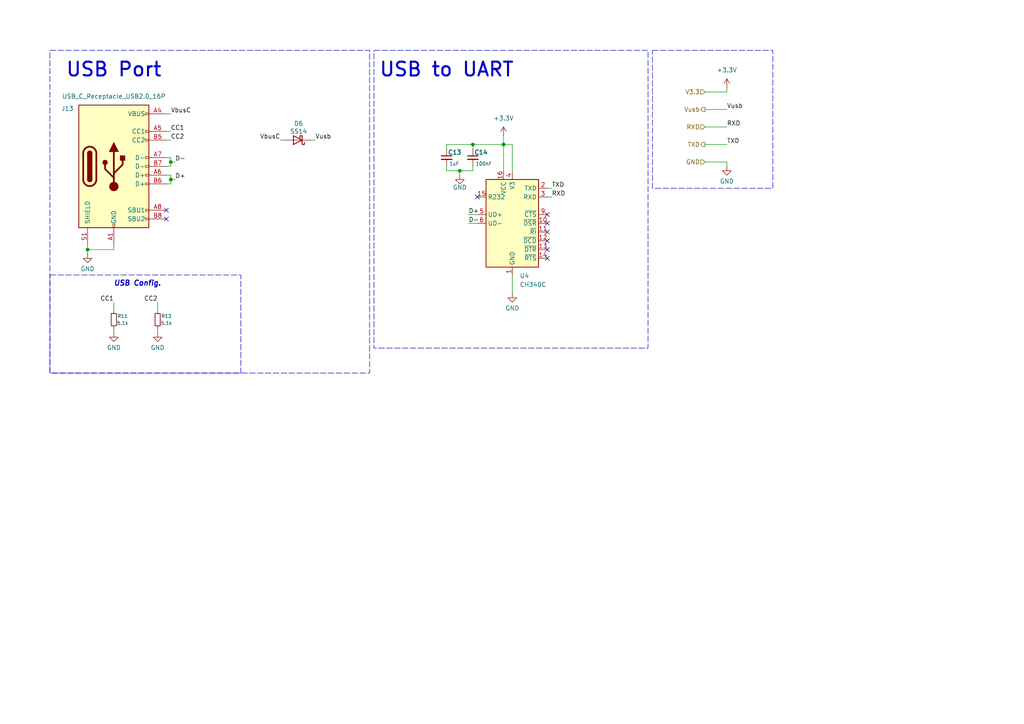
<source format=kicad_sch>
(kicad_sch (version 20250114) (generator "eeschema") (generator_version "9.0")
  (paper "A4")
  (lib_symbols
    (symbol "Connector:USB_C_Receptacle_USB2.0_16P" (pin_names (offset 1.016))
      (property "Reference" "J" (at 0 22.225 0))
      (property "Value" "USB_C_Receptacle_USB2.0_16P" (at 0 19.685 0))
      (symbol "USB_C_Receptacle_USB2.0_16P_0_0"
        (rectangle (start -0.254 -17.78) (end 0.254 -16.764))
        (rectangle (start 10.16 15.494) (end 9.144 14.986))
        (rectangle (start 10.16 10.414) (end 9.144 9.906))
        (rectangle (start 10.16 7.874) (end 9.144 7.366))
        (rectangle (start 10.16 2.794) (end 9.144 2.286))
        (rectangle (start 10.16 0.254) (end 9.144 -0.254))
        (rectangle (start 10.16 -2.286) (end 9.144 -2.794))
        (rectangle (start 10.16 -4.826) (end 9.144 -5.334))
        (rectangle (start 10.16 -12.446) (end 9.144 -12.954))
        (rectangle (start 10.16 -14.986) (end 9.144 -15.494))
      )
      (symbol "USB_C_Receptacle_USB2.0_16P_0_1"
        (rectangle (start -10.16 17.78) (end 10.16 -17.78) (stroke (width 0.254)) (fill (type background)))
        (polyline (pts (xy -8.89 -3.81) (xy -8.89 3.81)) (stroke (width 0.508)))
        (rectangle (start -7.62 -3.81) (end -6.35 3.81) (stroke (width 0.254)) (fill (type outline)))
        (arc (start -7.62 3.81) (mid -6.985 4.4423) (end -6.35 3.81) (stroke (width 0.254)))
        (arc (start -7.62 3.81) (mid -6.985 4.4423) (end -6.35 3.81) (stroke (width 0.254)) (fill (type outline)))
        (arc (start -8.89 3.81) (mid -6.985 5.7067) (end -5.08 3.81) (stroke (width 0.508)))
        (arc (start -5.08 -3.81) (mid -6.985 -5.7067) (end -8.89 -3.81) (stroke (width 0.508)))
        (arc (start -6.35 -3.81) (mid -6.985 -4.4423) (end -7.62 -3.81) (stroke (width 0.254)))
        (arc (start -6.35 -3.81) (mid -6.985 -4.4423) (end -7.62 -3.81) (stroke (width 0.254)) (fill (type outline)))
        (polyline (pts (xy -5.08 3.81) (xy -5.08 -3.81)) (stroke (width 0.508)))
        (circle (center -2.54 1.143) (radius 0.635) (stroke (width 0.254)) (fill (type outline)))
        (polyline (pts (xy -1.27 4.318) (xy 0 6.858) (xy 1.27 4.318) (xy -1.27 4.318)) (stroke (width 0.254)) (fill (type outline)))
        (polyline (pts (xy 0 -2.032) (xy 2.54 0.508) (xy 2.54 1.778)) (stroke (width 0.508)))
        (polyline (pts (xy 0 -3.302) (xy -2.54 -0.762) (xy -2.54 0.508)) (stroke (width 0.508)))
        (polyline (pts (xy 0 -5.842) (xy 0 4.318)) (stroke (width 0.508)))
        (circle (center 0 -5.842) (radius 1.27) (fill (type outline)))
        (rectangle (start 1.905 1.778) (end 3.175 3.048) (stroke (width 0.254)) (fill (type outline)))
      )
      (symbol "USB_C_Receptacle_USB2.0_16P_1_1"
        (pin passive line (at -7.62 -22.86 90) (length 5.08) (name "SHIELD") (number "S1"))
        (pin passive line (at 0 -22.86 90) (length 5.08) (name "GND") (number "A1"))
        (pin passive line (at 0 -22.86 90) (length 5.08) (hide yes) (name "GND") (number "A12"))
        (pin passive line (at 0 -22.86 90) (length 5.08) (hide yes) (name "GND") (number "B1"))
        (pin passive line (at 0 -22.86 90) (length 5.08) (hide yes) (name "GND") (number "B12"))
        (pin passive line (at 15.24 15.24 180) (length 5.08) (name "VBUS") (number "A4"))
        (pin passive line (at 15.24 15.24 180) (length 5.08) (hide yes) (name "VBUS") (number "A9"))
        (pin passive line (at 15.24 15.24 180) (length 5.08) (hide yes) (name "VBUS") (number "B4"))
        (pin passive line (at 15.24 15.24 180) (length 5.08) (hide yes) (name "VBUS") (number "B9"))
        (pin bidirectional line (at 15.24 10.16 180) (length 5.08) (name "CC1") (number "A5"))
        (pin bidirectional line (at 15.24 7.62 180) (length 5.08) (name "CC2") (number "B5"))
        (pin bidirectional line (at 15.24 2.54 180) (length 5.08) (name "D-") (number "A7"))
        (pin bidirectional line (at 15.24 0 180) (length 5.08) (name "D-") (number "B7"))
        (pin bidirectional line (at 15.24 -2.54 180) (length 5.08) (name "D+") (number "A6"))
        (pin bidirectional line (at 15.24 -5.08 180) (length 5.08) (name "D+") (number "B6"))
        (pin bidirectional line (at 15.24 -12.7 180) (length 5.08) (name "SBU1") (number "A8"))
        (pin bidirectional line (at 15.24 -15.24 180) (length 5.08) (name "SBU2") (number "B8"))
      )
    )
    (symbol "Device:C_Small" (pin_numbers (hide yes)) (pin_names (offset 0.254) (hide yes))
      (property "Reference" "C" (at 0.254 1.778 0))
      (property "Value" "C_Small" (at 0.254 -2.032 0))
      (symbol "C_Small_0_1"
        (polyline (pts (xy -1.524 0.508) (xy 1.524 0.508)) (stroke (width 0.3048)))
        (polyline (pts (xy -1.524 -0.508) (xy 1.524 -0.508)) (stroke (width 0.3302)))
      )
      (symbol "C_Small_1_1"
        (pin passive line (at 0 2.54 270) (length 2.032) (name "~") (number "1"))
        (pin passive line (at 0 -2.54 90) (length 2.032) (name "~") (number "2"))
      )
    )
    (symbol "Device:D_Schottky" (pin_numbers (hide yes)) (pin_names (offset 1.016) (hide yes))
      (property "Reference" "D" (at 0 2.54 0))
      (property "Value" "D_Schottky" (at 0 -2.54 0))
      (symbol "D_Schottky_0_1"
        (polyline (pts (xy -1.905 0.635) (xy -1.905 1.27) (xy -1.27 1.27) (xy -1.27 -1.27) (xy -0.635 -1.27) (xy -0.635 -0.635)) (stroke (width 0.254)))
        (polyline (pts (xy 1.27 1.27) (xy 1.27 -1.27) (xy -1.27 0) (xy 1.27 1.27)) (stroke (width 0.254)))
        (polyline (pts (xy 1.27 0) (xy -1.27 0)))
      )
      (symbol "D_Schottky_1_1"
        (pin passive line (at -3.81 0 0) (length 2.54) (name "K") (number "1"))
        (pin passive line (at 3.81 0 180) (length 2.54) (name "A") (number "2"))
      )
    )
    (symbol "Device:R_Small" (pin_numbers (hide yes)) (pin_names (offset 0.254) (hide yes))
      (property "Reference" "R" (at 0 0 90))
      (property "Value" "R_Small" (at 1.778 0 90))
      (symbol "R_Small_0_1"
        (rectangle (start -0.762 1.778) (end 0.762 -1.778) (stroke (width 0.2032)))
      )
      (symbol "R_Small_1_1"
        (pin passive line (at 0 2.54 270) (length 0.762) (name "~") (number "1"))
        (pin passive line (at 0 -2.54 90) (length 0.762) (name "~") (number "2"))
      )
    )
    (symbol "Interface_USB:CH340C"
      (property "Reference" "U" (at -5.08 13.97 0))
      (property "Value" "CH340C" (at 1.27 13.97 0))
      (symbol "CH340C_0_1"
        (rectangle (start -7.62 12.7) (end 7.62 -12.7) (stroke (width 0.254)) (fill (type background)))
      )
      (symbol "CH340C_1_1"
        (pin input line (at -10.16 7.62 0) (length 2.54) (name "R232") (number "15"))
        (pin bidirectional line (at -10.16 2.54 0) (length 2.54) (name "UD+") (number "5"))
        (pin bidirectional line (at -10.16 0 0) (length 2.54) (name "UD-") (number "6"))
        (pin no_connect line (at -7.62 -5.08 0) (length 2.54) (hide yes) (name "NC") (number "7"))
        (pin no_connect line (at -7.62 -7.62 0) (length 2.54) (hide yes) (name "NC") (number "8"))
        (pin power_in line (at -2.54 15.24 270) (length 2.54) (name "VCC") (number "16"))
        (pin power_out line (at 0 15.24 270) (length 2.54) (name "V3") (number "4"))
        (pin power_in line (at 0 -15.24 90) (length 2.54) (name "GND") (number "1"))
        (pin output line (at 10.16 10.16 180) (length 2.54) (name "TXD") (number "2"))
        (pin input line (at 10.16 7.62 180) (length 2.54) (name "RXD") (number "3"))
        (pin input line (at 10.16 2.54 180) (length 2.54) (name "~{CTS}") (number "9"))
        (pin input line (at 10.16 0 180) (length 2.54) (name "~{DSR}") (number "10"))
        (pin input line (at 10.16 -2.54 180) (length 2.54) (name "~{RI}") (number "11"))
        (pin input line (at 10.16 -5.08 180) (length 2.54) (name "~{DCD}") (number "12"))
        (pin output line (at 10.16 -7.62 180) (length 2.54) (name "~{DTR}") (number "13"))
        (pin output line (at 10.16 -10.16 180) (length 2.54) (name "~{RTS}") (number "14"))
      )
    )
    (symbol "power:+3.3V" (power) (pin_numbers (hide yes)) (pin_names (offset 0) (hide yes))
      (property "Value" "+3.3V" (at 0 3.556 0))
      (symbol "+3.3V_0_1"
        (polyline (pts (xy -0.762 1.27) (xy 0 2.54)))
        (polyline (pts (xy 0 2.54) (xy 0.762 1.27)))
        (polyline (pts (xy 0 0) (xy 0 2.54)))
      )
      (symbol "+3.3V_1_1"
        (pin power_in line (at 0 0 90) (length 0) (name "~") (number "1"))
      )
    )
    (symbol "power:GND" (power) (pin_numbers (hide yes)) (pin_names (offset 0) (hide yes))
      (property "Value" "GND" (at 0 -3.81 0))
      (symbol "GND_0_1"
        (polyline (pts (xy 0 0) (xy 0 -1.27) (xy 1.27 -1.27) (xy 0 -2.54) (xy -1.27 -1.27) (xy 0 -1.27)))
      )
      (symbol "GND_1_1"
        (pin power_in line (at 0 0 270) (length 0) (name "~") (number "1"))
      )
    )
  )
  (rectangle (start 14.478 14.605) (end 107.188 108.204) (stroke (width 0) (type dash)))
  (rectangle (start 108.458 14.605) (end 187.96 100.965) (stroke (width 0) (type dash)))
  (rectangle (start 14.478 79.756) (end 69.85 108.204) (stroke (width 0) (type dash)))
  (rectangle (start 189.23 14.605) (end 224.155 54.61) (stroke (width 0) (type dash)))
  (text "USB to UART \n" (at 131.064 20.32 0) (effects (font (size 4 4) (thickness 0.6) (bold yes))))
  (text "USB Config." (at 39.878 82.296 0) (effects (font (size 1.5 1.5) (thickness 0.3) (bold yes) (italic yes))))
  (text "USB Port" (at 33.02 20.32 0) (effects (font (size 4 4) (thickness 0.6) (bold yes))))
  (junction (at 137.16 41.91))
  (junction (at 133.35 49.53))
  (junction (at 146.05 41.91))
  (junction (at 25.4 72.39))
  (junction (at 49.53 52.07))
  (junction (at 49.53 46.99))
  (no_connect (at 48.26 60.96))
  (no_connect (at 158.75 69.85))
  (no_connect (at 158.75 67.31))
  (no_connect (at 158.75 64.77))
  (no_connect (at 138.43 57.15))
  (no_connect (at 158.75 72.39))
  (no_connect (at 158.75 74.93))
  (no_connect (at 158.75 62.23))
  (no_connect (at 48.26 63.5))
  (wire (pts (xy 210.82 26.67) (xy 210.82 25.4)))
  (wire (pts (xy 204.47 41.91) (xy 210.82 41.91)))
  (wire (pts (xy 49.53 48.26) (xy 49.53 46.99)))
  (wire (pts (xy 148.59 80.01) (xy 148.59 85.09)))
  (wire (pts (xy 137.16 41.91) (xy 137.16 43.18)))
  (wire (pts (xy 48.26 53.34) (xy 49.53 53.34)))
  (wire (pts (xy 45.72 87.63) (xy 45.72 90.17)))
  (wire (pts (xy 25.4 72.39) (xy 25.4 73.66)))
  (wire (pts (xy 204.47 26.67) (xy 210.82 26.67)))
  (wire (pts (xy 158.75 57.15) (xy 160.02 57.15)))
  (wire (pts (xy 48.26 33.02) (xy 49.53 33.02)))
  (wire (pts (xy 210.82 46.99) (xy 204.47 46.99)))
  (wire (pts (xy 137.16 41.91) (xy 146.05 41.91)))
  (wire (pts (xy 135.89 64.77) (xy 138.43 64.77)))
  (wire (pts (xy 146.05 41.91) (xy 146.05 49.53)))
  (wire (pts (xy 146.05 39.37) (xy 146.05 41.91)))
  (wire (pts (xy 49.53 45.72) (xy 48.26 45.72)))
  (wire (pts (xy 25.4 72.39) (xy 33.02 72.39)))
  (wire (pts (xy 146.05 41.91) (xy 148.59 41.91)))
  (wire (pts (xy 33.02 72.39) (xy 33.02 71.12)))
  (wire (pts (xy 133.35 49.53) (xy 129.54 49.53)))
  (wire (pts (xy 49.53 46.99) (xy 50.8 46.99)))
  (wire (pts (xy 49.53 52.07) (xy 49.53 50.8)))
  (wire (pts (xy 133.35 49.53) (xy 133.35 50.8)))
  (wire (pts (xy 49.53 52.07) (xy 50.8 52.07)))
  (wire (pts (xy 204.47 31.75) (xy 210.82 31.75)))
  (wire (pts (xy 48.26 48.26) (xy 49.53 48.26)))
  (wire (pts (xy 148.59 41.91) (xy 148.59 49.53)))
  (wire (pts (xy 204.47 36.83) (xy 210.82 36.83)))
  (wire (pts (xy 48.26 40.64) (xy 49.53 40.64)))
  (wire (pts (xy 137.16 49.53) (xy 137.16 48.26)))
  (wire (pts (xy 33.02 95.25) (xy 33.02 96.52)))
  (wire (pts (xy 25.4 71.12) (xy 25.4 72.39)))
  (wire (pts (xy 49.53 50.8) (xy 48.26 50.8)))
  (wire (pts (xy 129.54 43.18) (xy 129.54 41.91)))
  (wire (pts (xy 133.35 49.53) (xy 137.16 49.53)))
  (wire (pts (xy 135.89 62.23) (xy 138.43 62.23)))
  (wire (pts (xy 129.54 41.91) (xy 137.16 41.91)))
  (wire (pts (xy 129.54 48.26) (xy 129.54 49.53)))
  (wire (pts (xy 48.26 38.1) (xy 49.53 38.1)))
  (wire (pts (xy 49.53 46.99) (xy 49.53 45.72)))
  (wire (pts (xy 158.75 54.61) (xy 160.02 54.61)))
  (wire (pts (xy 49.53 53.34) (xy 49.53 52.07)))
  (wire (pts (xy 90.17 40.64) (xy 91.44 40.64)))
  (wire (pts (xy 33.02 87.63) (xy 33.02 90.17)))
  (wire (pts (xy 81.28 40.64) (xy 82.55 40.64)))
  (wire (pts (xy 210.82 48.26) (xy 210.82 46.99)))
  (wire (pts (xy 45.72 95.25) (xy 45.72 96.52)))
  (label "RXD" (at 210.82 36.83 0))
  (label "Vusb" (at 91.44 40.64 0))
  (label "VbusC" (at 81.28 40.64 180))
  (label "VbusC" (at 49.53 33.02 0))
  (label "Vusb" (at 210.82 31.75 0))
  (label "D+" (at 135.89 62.23 0))
  (label "RXD" (at 160.02 57.15 0))
  (label "CC2" (at 45.72 87.63 180))
  (label "TXD" (at 210.82 41.91 0))
  (label "CC1" (at 49.53 38.1 0))
  (label "CC2" (at 49.53 40.64 0))
  (label "D+" (at 50.8 52.07 0))
  (label "TXD" (at 160.02 54.61 0))
  (label "D-" (at 135.89 64.77 0))
  (label "D-" (at 50.8 46.99 0))
  (label "CC1" (at 33.02 87.63 180))
  (hierarchical_label "TXD" (shape output) (at 204.47 41.91 180))
  (hierarchical_label "Vusb" (shape output) (at 204.47 31.75 180))
  (hierarchical_label "GND" (shape input) (at 204.47 46.99 180))
  (hierarchical_label "RXD" (shape input) (at 204.47 36.83 180))
  (hierarchical_label "V3.3" (shape input) (at 204.47 26.67 180))
  (symbol (lib_id "power:+3.3V") (at 210.82 25.4 0) (unit 1)
    (property "Reference" "#PWR051" (effects (hide yes)))
    (property "Value" "+3.3V" (at 210.82 20.32 0))
    (property "Description" "Power symbol creates a global label with name \"+3.3V\"" (effects (hide yes)))
    (instances (project "Man-I-Love-Facturas-V2" (path "" (reference "#PWR043") (unit 1))) (project "Man-I-Love-Facturas-V2" (path "" (reference "#PWR051") (unit 1))) (project "Man-I-Love-Facturas-V2" (path "" (reference "#PWR045") (unit 1))))
  )
  (symbol (lib_id "power:GND") (at 133.35 50.8 0) (unit 1)
    (property "Reference" "#PWR048" (effects (hide yes)))
    (property "Value" "GND" (at 133.35 54.356 0))
    (property "Description" "Power symbol creates a global label with name \"GND\" , ground" (effects (hide yes)))
    (instances (project "Man-I-Love-Facturas-V2" (path "" (reference "#PWR046") (unit 1))) (project "Man-I-Love-Facturas-V2" (path "" (reference "#PWR048") (unit 1))) (project "Man-I-Love-Facturas-V2" (path "" (reference "#PWR043") (unit 1))))
  )
  (symbol (lib_id "Device:C_Small") (at 137.16 45.72 0) (unit 1)
    (property "Reference" "C28" (at 137.414 44.196 0) (effects (font (bold yes)) (justify left)))
    (property "Value" "100nF" (at 137.922 47.498 0) (effects (font (size 1 1)) (justify left)))
    (property "Footprint" "Capacitor_SMD:C_0603_1608Metric" (effects (hide yes)))
    (property "Description" "Unpolarized capacitor, small symbol" (effects (hide yes)))
    (instances (project "Man-I-Love-Facturas-V2" (path "" (reference "C14") (unit 1))) (project "Man-I-Love-Facturas-V2" (path "" (reference "C28") (unit 1))) (project "Man-I-Love-Facturas-V2" (path "" (reference "C16") (unit 1))))
  )
  (symbol (lib_id "power:GND") (at 210.82 48.26 0) (unit 1)
    (property "Reference" "#PWR052" (effects (hide yes)))
    (property "Value" "GND" (at 210.82 52.578 0))
    (property "Description" "Power symbol creates a global label with name \"GND\" , ground" (effects (hide yes)))
    (instances (project "Man-I-Love-Facturas-V2" (path "" (reference "#PWR045") (unit 1))) (project "Man-I-Love-Facturas-V2" (path "" (reference "#PWR052") (unit 1))) (project "Man-I-Love-Facturas-V2" (path "" (reference "#PWR046") (unit 1))))
  )
  (symbol (lib_id "Connector:USB_C_Receptacle_USB2.0_16P") (at 33.02 48.26 0) (unit 1)
    (property "Reference" "J6" (at 19.558 31.496 0))
    (property "Value" "USB_C_Receptacle_USB2.0_16P" (at 33.02 27.94 0))
    (property "Footprint" "Connector_USB:USB_C_Receptacle_GCT_USB4110" (effects (hide yes)))
    (property "Datasheet" "https://www.usb.org/sites/default/files/documents/usb_type-c.zip" (effects (hide yes)))
    (property "Description" "USB 2.0-only 16P Type-C Receptacle connector" (effects (hide yes)))
    (instances (project "main_MagicAlonso" (path "" (reference "J13") (unit 1))) (project "main_MagicAlonso" (path "" (reference "J6") (unit 1))))
  )
  (symbol (lib_id "Device:D_Schottky") (at 86.36 40.64 180) (unit 1)
    (property "Reference" "D10" (at 86.614 35.814 0))
    (property "Value" "SS14" (at 86.614 38.1 0))
    (property "Footprint" "Diode_SMD:D_SOD-123" (effects (hide yes)))
    (property "Description" "Schottky diode" (effects (hide yes)))
    (instances (project "Man-I-Love-Facturas-V2" (path "" (reference "D6") (unit 1))) (project "Man-I-Love-Facturas-V2" (path "" (reference "D10") (unit 1))) (project "Man-I-Love-Facturas-V2" (path "" (reference "D6") (unit 1))))
  )
  (symbol (lib_id "power:+3.3V") (at 146.05 39.37 0) (unit 1)
    (property "Reference" "#PWR049" (effects (hide yes)))
    (property "Value" "+3.3V" (at 146.05 34.29 0))
    (property "Description" "Power symbol creates a global label with name \"+3.3V\"" (effects (hide yes)))
    (instances (project "Man-I-Love-Facturas-V2" (path "" (reference "#PWR044") (unit 1))) (project "Man-I-Love-Facturas-V2" (path "" (reference "#PWR049") (unit 1))) (project "Man-I-Love-Facturas-V2" (path "" (reference "#PWR041") (unit 1))))
  )
  (symbol (lib_id "power:GND") (at 25.4 73.66 0) (unit 1)
    (property "Reference" "#PWR045" (effects (hide yes)))
    (property "Value" "GND" (at 25.4 77.978 0))
    (property "Description" "Power symbol creates a global label with name \"GND\" , ground" (effects (hide yes)))
    (instances (project "Man-I-Love-Facturas-V2" (path "" (reference "#PWR049") (unit 1))) (project "Man-I-Love-Facturas-V2" (path "" (reference "#PWR045") (unit 1))) (project "Man-I-Love-Facturas-V2" (path "" (reference "#PWR027") (unit 1))))
  )
  (symbol (lib_id "Interface_USB:CH340C") (at 148.59 64.77 0) (unit 1)
    (property "Reference" "U6" (at 150.7333 80.01 0) (effects (justify left)))
    (property "Value" "CH340C" (at 150.7333 82.55 0) (effects (justify left)))
    (property "Footprint" "Package_SO:SOIC-16_3.9x9.9mm_P1.27mm" (effects (hide yes)))
    (property "Datasheet" "https://datasheet.lcsc.com/szlcsc/Jiangsu-Qin-Heng-CH340C_C84681.pdf" (effects (hide yes)))
    (property "Description" "USB serial converter, crystal-less, UART, SOIC-16" (effects (hide yes)))
    (instances (project "" (path "" (reference "U4") (unit 1))) (project "" (path "" (reference "U6") (unit 1))))
  )
  (symbol (lib_id "Device:R_Small") (at 33.02 92.71 180) (unit 1)
    (property "Reference" "R24" (at 35.56 91.694 0) (effects (font (size 1 1))))
    (property "Value" "5.1k" (at 35.56 93.726 0) (effects (font (size 1 1))))
    (property "Footprint" "Resistor_SMD:R_0603_1608Metric" (effects (hide yes)))
    (property "Description" "Resistor, small symbol" (effects (hide yes)))
    (instances (project "" (path "" (reference "R11") (unit 1))) (project "" (path "" (reference "R24") (unit 1))))
  )
  (symbol (lib_id "power:GND") (at 45.72 96.52 0) (unit 1)
    (property "Reference" "#PWR047" (effects (hide yes)))
    (property "Value" "GND" (at 45.72 100.838 0))
    (property "Description" "Power symbol creates a global label with name \"GND\" , ground" (effects (hide yes)))
    (instances (project "main_MagicAlonso" (path "" (reference "#PWR053") (unit 1))) (project "main_MagicAlonso" (path "" (reference "#PWR047") (unit 1))))
  )
  (symbol (lib_id "Device:C_Small") (at 129.54 45.72 0) (unit 1)
    (property "Reference" "C27" (at 129.794 44.196 0) (effects (font (bold yes)) (justify left)))
    (property "Value" "1uF" (at 130.302 47.498 0) (effects (font (size 1 1)) (justify left)))
    (property "Footprint" "Capacitor_SMD:C_0805_2012Metric" (effects (hide yes)))
    (property "Description" "Unpolarized capacitor, small symbol" (effects (hide yes)))
    (instances (project "main_MagicAlonso" (path "" (reference "C13") (unit 1))) (project "main_MagicAlonso" (path "" (reference "C27") (unit 1))))
  )
  (symbol (lib_id "power:GND") (at 148.59 85.09 0) (unit 1)
    (property "Reference" "#PWR050" (effects (hide yes)))
    (property "Value" "GND" (at 148.59 89.408 0))
    (property "Description" "Power symbol creates a global label with name \"GND\" , ground" (effects (hide yes)))
    (instances (project "Man-I-Love-Facturas-V2" (path "" (reference "#PWR051") (unit 1))) (project "Man-I-Love-Facturas-V2" (path "" (reference "#PWR050") (unit 1))) (project "Man-I-Love-Facturas-V2" (path "" (reference "#PWR042") (unit 1))))
  )
  (symbol (lib_id "power:GND") (at 33.02 96.52 0) (unit 1)
    (property "Reference" "#PWR046" (effects (hide yes)))
    (property "Value" "GND" (at 33.02 100.838 0))
    (property "Description" "Power symbol creates a global label with name \"GND\" , ground" (effects (hide yes)))
    (instances (project "main_MagicAlonso" (path "" (reference "#PWR052") (unit 1))) (project "main_MagicAlonso" (path "" (reference "#PWR046") (unit 1))))
  )
  (symbol (lib_id "Device:R_Small") (at 45.72 92.71 180) (unit 1)
    (property "Reference" "R26" (at 48.26 91.694 0) (effects (font (size 1 1))))
    (property "Value" "5.1k" (at 48.26 93.726 0) (effects (font (size 1 1))))
    (property "Footprint" "Resistor_SMD:R_0603_1608Metric" (effects (hide yes)))
    (property "Description" "Resistor, small symbol" (effects (hide yes)))
    (instances (project "main_MagicAlonso" (path "" (reference "R13") (unit 1))) (project "main_MagicAlonso" (path "" (reference "R26") (unit 1))))
  )
)
</source>
